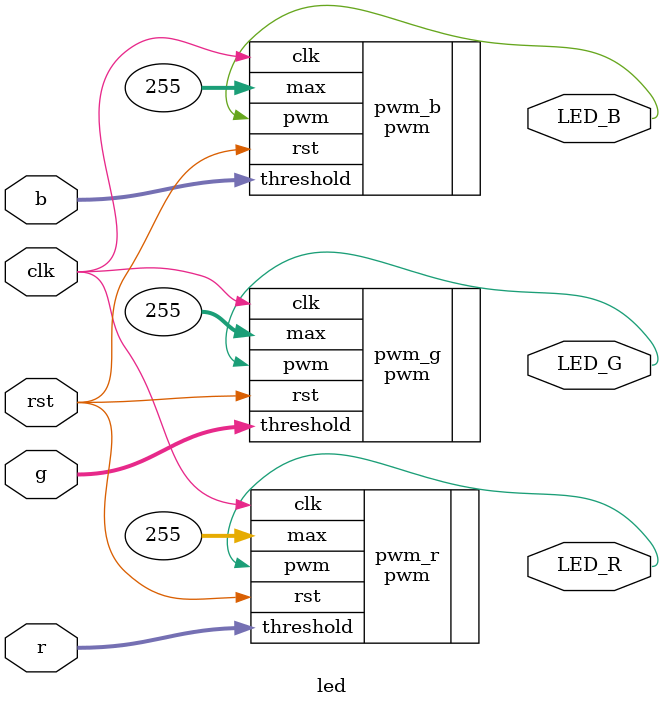
<source format=v>
module led (
        input clk,
        input rst,

        input [7:0] r,
        input [7:0] g,
        input [7:0] b,

        output LED_R,
        output LED_G,
        output LED_B
    );

    pwm #(8) pwm_r (
            .clk (clk),
            .rst (rst),
            .threshold (r),
            .max (255),
            .pwm (LED_R)
        );

    pwm #(8) pwm_g (
            .clk (clk),
            .rst (rst),
            .threshold (g),
            .max (255),
            .pwm (LED_G)
        );

    pwm #(8) pwm_b (
            .clk (clk),
            .rst (rst),
            .threshold (b),
            .max (255),
            .pwm (LED_B)
        );

endmodule

</source>
